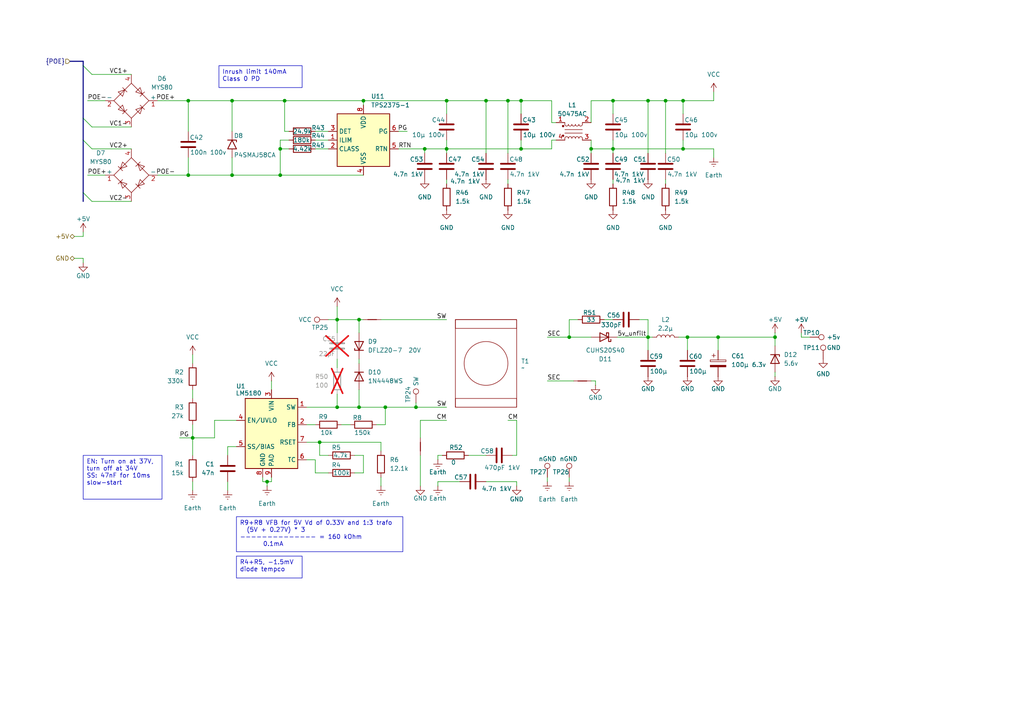
<source format=kicad_sch>
(kicad_sch (version 20241209) (generator "eeschema") (generator_version "8.99")
  (paper "A4")
  (title_block (title "Poe Ethernet GPIB Adapter") (date "2024-12-25") (rev "1") (company "KOFOTRONIC"))
  (lib_symbols
    (symbol "Connector:TestPoint" (pin_numbers (hide yes)) (pin_names (offset 0.762) (hide yes))
      (property "Reference" "TP" (at 0 6.858 0))
      (property "Value" "TestPoint" (at 0 5.08 0))
      (symbol "TestPoint_1_1"
        (pin passive line (at 0 0 90) (length 2.54) (name "1") (number "1"))
      )
    )
    (symbol "Device:C" (pin_numbers (hide yes)) (pin_names (offset 0.254))
      (property "Reference" "C" (at 0.635 2.54 0))
      (property "Value" "C" (at 0.635 -2.54 0))
      (symbol "C_1_1"
        (pin passive line (at 0 3.81 270) (length 2.794) (name "~") (number "1"))
        (pin passive line (at 0 -3.81 90) (length 2.794) (name "~") (number "2"))
      )
    )
    (symbol "Device:C_Polarized" (pin_numbers (hide yes)) (pin_names (offset 0.254))
      (property "Reference" "C" (at 0.635 2.54 0))
      (property "Value" "C_Polarized" (at 0.635 -2.54 0))
      (symbol "C_Polarized_1_1"
        (pin passive line (at 0 3.81 270) (length 2.794) (name "~") (number "1"))
        (pin passive line (at 0 -3.81 90) (length 2.794) (name "~") (number "2"))
      )
    )
    (symbol "Device:D_Schottky" (pin_numbers (hide yes)) (pin_names (offset 1.016) (hide yes))
      (property "Reference" "D" (at 0 2.54 0))
      (property "Value" "D_Schottky" (at 0 -2.54 0))
      (symbol "D_Schottky_1_1"
        (pin passive line (at -3.81 0 0) (length 2.54) (name "K") (number "1"))
        (pin passive line (at 3.81 0 180) (length 2.54) (name "A") (number "2"))
      )
    )
    (symbol "Device:D_Zener" (pin_numbers (hide yes)) (pin_names (offset 1.016) (hide yes))
      (property "Reference" "D" (at 0 2.54 0))
      (property "Value" "D_Zener" (at 0 -2.54 0))
      (symbol "D_Zener_1_1"
        (pin passive line (at -3.81 0 0) (length 2.54) (name "K") (number "1"))
        (pin passive line (at 3.81 0 180) (length 2.54) (name "A") (number "2"))
      )
    )
    (symbol "Device:L" (pin_numbers (hide yes)) (pin_names (offset 1.016) (hide yes))
      (property "Reference" "L" (at -1.27 0 90))
      (property "Value" "L" (at 1.905 0 90))
      (symbol "L_1_1"
        (pin passive line (at 0 3.81 270) (length 1.27) (name "1") (number "1"))
        (pin passive line (at 0 -3.81 90) (length 1.27) (name "2") (number "2"))
      )
    )
    (symbol "Device:NetTie_2" (pin_numbers (hide yes)) (pin_names (offset 0) (hide yes)) (in_bom no)
      (property "Reference" "NT" (at 0 1.27 0))
      (property "Value" "NetTie_2" (at 0 -1.27 0))
      (symbol "NetTie_2_1_1"
        (pin passive line (at -2.54 0 0) (length 2.54) (name "1") (number "1"))
        (pin passive line (at 2.54 0 180) (length 2.54) (name "2") (number "2"))
      )
    )
    (symbol "Device:R" (pin_numbers (hide yes)) (pin_names (offset 0))
      (property "Reference" "R" (at 2.032 0 90))
      (property "Value" "R" (at 0 0 90))
      (symbol "R_1_1"
        (pin passive line (at 0 3.81 270) (length 1.27) (name "~") (number "1"))
        (pin passive line (at 0 -3.81 90) (length 1.27) (name "~") (number "2"))
      )
    )
    (symbol "Diode:1N4448WS" (pin_numbers (hide yes)) (pin_names (hide yes))
      (property "Reference" "D" (at 0 2.54 0))
      (property "Value" "1N4448WS" (at 0 -2.54 0))
      (symbol "1N4448WS_1_1"
        (pin passive line (at -3.81 0 0) (length 2.54) (name "K") (number "1"))
        (pin passive line (at 3.81 0 180) (length 2.54) (name "A") (number "2"))
      )
    )
    (symbol "Diode:SMAJ5.0A" (pin_numbers (hide yes)) (pin_names (offset 1.016) (hide yes))
      (property "Reference" "D" (at 0 2.54 0))
      (property "Value" "SMAJ5.0A" (at 0 -2.54 0))
      (symbol "SMAJ5.0A_1_1"
        (pin passive line (at -3.81 0 0) (length 2.54) (name "A1") (number "1"))
        (pin passive line (at 3.81 0 180) (length 2.54) (name "A2") (number "2"))
      )
    )
    (symbol "Diode_Bridge:ABS2" (pin_names (offset 0))
      (property "Reference" "D" (at 2.54 6.985 0))
      (property "Value" "ABS2" (at 2.54 5.08 0))
      (symbol "ABS2_1_1"
        (pin passive line (at -7.62 0 0) (length 2.54) (name "-") (number "2"))
        (pin passive line (at 0 7.62 270) (length 2.54) (name "~") (number "4"))
        (pin passive line (at 0 -7.62 90) (length 2.54) (name "~") (number "3"))
        (pin passive line (at 7.62 0 180) (length 2.54) (name "+") (number "1"))
      )
    )
    (symbol "Filter:Choke_Wurth_WE-CNSW_744232090"
      (property "Reference" "L" (at 0 5.08 0))
      (property "Value" "Choke_Wurth_WE-CNSW_744232090" (at 0 -5.08 0))
      (symbol "Choke_Wurth_WE-CNSW_744232090_1_1"
        (pin passive line (at -5.08 2.54 0) (length 2.54) (name "") (number "1"))
        (pin passive line (at -5.08 -2.54 0) (length 2.54) (name "") (number "4"))
        (pin passive line (at 5.08 2.54 180) (length 2.54) (name "") (number "2"))
        (pin passive line (at 5.08 -2.54 180) (length 2.54) (name "") (number "3"))
      )
    )
    (symbol "Planar_symbol:Planar_core"
      (property "Reference" "T" (at -11.684 9.652 0))
    )
    (symbol "Regulator_Controller:TPS2375-1"
      (property "Reference" "U" (at 2.54 -8.89 0))
      (property "Value" "TPS2375-1" (at 7.62 -11.43 0))
      (symbol "TPS2375-1_1_1"
        (pin passive line (at -10.16 2.54 0) (length 2.54) (name "DET") (number "3"))
        (pin passive line (at -10.16 0 0) (length 2.54) (name "ILIM") (number "1"))
        (pin passive line (at -10.16 -2.54 0) (length 2.54) (name "CLASS") (number "2"))
        (pin power_in line (at 0 10.16 270) (length 2.54) (name "VDD") (number "8"))
        (pin power_in line (at 0 -10.16 90) (length 2.54) (name "VSS") (number "4"))
        (pin no_connect line (at 7.62 0 180) (length 2.54) (hide yes) (name "NC") (number "7"))
        (pin open_collector line (at 10.16 2.54 180) (length 2.54) (name "PG") (number "6"))
        (pin power_out line (at 10.16 -2.54 180) (length 2.54) (name "RTN") (number "5"))
      )
    )
    (symbol "Texas_flyback:LM5180"
      (property "Reference" "U" (at -6.35 11.684 0))
      (property "Value" "LM5180" (at 0 0 0))
      (symbol "LM5180_1_1"
        (pin input line (at -10.16 3.81 0) (length 2.54) (name "EN/UVLO") (number "4"))
        (pin input line (at -10.16 -3.81 0) (length 2.54) (name "SS/BIAS") (number "5"))
        (pin power_in line (at -2.54 -12.7 90) (length 2.54) (name "GND") (number "8"))
        (pin power_in line (at 0 12.7 270) (length 2.54) (name "VIN") (number "3"))
        (pin power_in line (at 0 -12.7 90) (length 2.54) (name "PAD") (number "9"))
        (pin power_out line (at 10.16 7.62 180) (length 2.54) (name "SW") (number "1"))
        (pin input line (at 10.16 2.54 180) (length 2.54) (name "FB") (number "2"))
        (pin input line (at 10.16 -2.54 180) (length 2.54) (name "RSET") (number "7"))
        (pin input line (at 10.16 -7.62 180) (length 2.54) (name "TC") (number "6"))
      )
    )
    (symbol "power:+5V" (power) (pin_numbers (hide yes)) (pin_names (offset 0) (hide yes))
      (property "Value" "+5V" (at 0 3.556 0))
      (symbol "+5V_1_1"
        (pin power_in line (at 0 0 90) (length 0) (name "~") (number "1"))
      )
    )
    (symbol "power:Earth" (power) (pin_numbers (hide yes)) (pin_names (offset 0) (hide yes))
      (property "Value" "Earth" (at 0 -3.81 0))
      (symbol "Earth_1_1"
        (pin power_in line (at 0 0 270) (length 0) (name "~") (number "1"))
      )
    )
    (symbol "power:GND" (power) (pin_numbers (hide yes)) (pin_names (offset 0) (hide yes))
      (property "Value" "GND" (at 0 -3.81 0))
      (symbol "GND_1_1"
        (pin power_in line (at 0 0 270) (length 0) (name "~") (number "1"))
      )
    )
    (symbol "power:VCC" (power) (pin_numbers (hide yes)) (pin_names (offset 0) (hide yes))
      (property "Value" "VCC" (at 0 3.556 0))
      (symbol "VCC_1_1"
        (pin power_in line (at 0 0 90) (length 0) (name "~") (number "1"))
      )
    )
  )
  (text_box "R9+R8 VFB for 5V Vd of 0.33V and 1:3 trafo\n  (5V + 0.27V) * 3\n-------------- = 160 kOhm\n	  0.1mA" (at 68.58 149.86 0) (size 48.26 10.16) (margins 0.9525 0.9525 0.9525 0.9525) (effects (font (size 1.27 1.27)) (justify left top)))
  (text_box "R4+R5, -1.5mV diode tempco" (at 68.58 161.29 0) (size 19.05 6.35) (margins 0.9525 0.9525 0.9525 0.9525) (effects (font (size 1.27 1.27)) (justify left top)))
  (text_box "EN: Turn on at 37V, turn off at 34V\nSS: 47nF for 10ms slow-start" (at 24.13 132.08 0) (size 22.86 12.7) (margins 0.9525 0.9525 0.9525 0.9525) (effects (font (size 1.27 1.27)) (justify left top)))
  (text_box "Inrush limit 140mA\nClass 0 PD" (at 63.5 19.05 0) (size 24.13 6.35) (margins 0.9525 0.9525 0.9525 0.9525) (effects (font (size 1.27 1.27)) (justify left top)))
  (junction (at 54.61 50.8))
  (junction (at 81.28 50.8))
  (junction (at 92.71 128.27))
  (junction (at 82.55 29.21))
  (junction (at 67.31 50.8))
  (junction (at 151.13 43.18))
  (junction (at 111.76 118.11))
  (junction (at 54.61 29.21))
  (junction (at 199.39 97.79))
  (junction (at 224.79 97.79))
  (junction (at 67.31 29.21))
  (junction (at 208.28 97.79))
  (junction (at 187.96 97.79))
  (junction (at 97.79 92.71))
  (junction (at 198.12 29.21))
  (junction (at 120.65 118.11))
  (junction (at 129.54 43.18))
  (junction (at 177.8 43.18))
  (junction (at 105.41 29.21))
  (junction (at 140.97 29.21))
  (junction (at 177.8 29.21))
  (junction (at 165.1 97.79))
  (junction (at 81.28 43.18))
  (junction (at 151.13 29.21))
  (junction (at 77.47 139.7))
  (junction (at 187.96 29.21))
  (junction (at 97.79 118.11))
  (junction (at 55.88 127))
  (junction (at 104.14 118.11))
  (junction (at 129.54 29.21))
  (junction (at 193.04 29.21))
  (junction (at 123.19 43.18))
  (junction (at 171.45 43.18))
  (junction (at 104.14 92.71))
  (junction (at 147.32 29.21))
  (junction (at 198.12 43.18))
  (bus_entry (at 24.13 40.64) (size 2.54 2.54))
  (bus_entry (at 24.13 34.29) (size 2.54 2.54))
  (bus_entry (at 24.13 19.05) (size 2.54 2.54))
  (bus_entry (at 24.13 55.88) (size 2.54 2.54))
  (wire (pts (xy 147.32 29.21) (xy 147.32 44.45)))
  (wire (pts (xy 105.41 137.16) (xy 102.87 137.16)))
  (wire (pts (xy 91.44 137.16) (xy 95.25 137.16)))
  (wire (pts (xy 129.54 29.21) (xy 129.54 33.02)))
  (wire (pts (xy 160.02 40.64) (xy 160.02 43.18)))
  (wire (pts (xy 68.58 121.92) (xy 62.23 121.92)))
  (wire (pts (xy 193.04 52.07) (xy 193.04 53.34)))
  (wire (pts (xy 161.29 35.56) (xy 160.02 35.56)))
  (wire (pts (xy 187.96 97.79) (xy 189.23 97.79)))
  (wire (pts (xy 95.25 92.71) (xy 97.79 92.71)))
  (wire (pts (xy 177.8 43.18) (xy 177.8 44.45)))
  (wire (pts (xy 232.41 96.52) (xy 232.41 97.79)))
  (wire (pts (xy 76.2 139.7) (xy 77.47 139.7)))
  (wire (pts (xy 67.31 50.8) (xy 81.28 50.8)))
  (wire (pts (xy 160.02 29.21) (xy 151.13 29.21)))
  (wire (pts (xy 140.97 139.7) (xy 149.86 139.7)))
  (wire (pts (xy 78.74 138.43) (xy 78.74 139.7)))
  (wire (pts (xy 97.79 114.3) (xy 97.79 118.11)))
  (wire (pts (xy 82.55 29.21) (xy 82.55 38.1)))
  (wire (pts (xy 115.57 43.18) (xy 123.19 43.18)))
  (wire (pts (xy 140.97 29.21) (xy 140.97 44.45)))
  (wire (pts (xy 120.65 116.84) (xy 120.65 118.11)))
  (wire (pts (xy 187.96 29.21) (xy 177.8 29.21)))
  (wire (pts (xy 55.88 102.87) (xy 55.88 105.41)))
  (wire (pts (xy 140.97 29.21) (xy 147.32 29.21)))
  (wire (pts (xy 129.54 29.21) (xy 140.97 29.21)))
  (wire (pts (xy 121.92 121.92) (xy 121.92 127)))
  (wire (pts (xy 91.44 40.64) (xy 95.25 40.64)))
  (wire (pts (xy 54.61 50.8) (xy 67.31 50.8)))
  (wire (pts (xy 62.23 121.92) (xy 62.23 127)))
  (wire (pts (xy 54.61 45.72) (xy 54.61 50.8)))
  (wire (pts (xy 55.88 113.03) (xy 55.88 115.57)))
  (wire (pts (xy 24.13 67.31) (xy 24.13 68.58)))
  (wire (pts (xy 160.02 35.56) (xy 160.02 29.21)))
  (wire (pts (xy 161.29 40.64) (xy 160.02 40.64)))
  (wire (pts (xy 196.85 97.79) (xy 199.39 97.79)))
  (wire (pts (xy 104.14 92.71) (xy 105.41 92.71)))
  (wire (pts (xy 171.45 29.21) (xy 171.45 35.56)))
  (bus (pts (xy 24.13 55.88) (xy 24.13 58.42)))
  (wire (pts (xy 97.79 88.9) (xy 97.79 92.71)))
  (wire (pts (xy 149.86 139.7) (xy 149.86 140.97)))
  (wire (pts (xy 147.32 52.07) (xy 147.32 53.34)))
  (wire (pts (xy 91.44 133.35) (xy 91.44 137.16)))
  (wire (pts (xy 24.13 74.93) (xy 24.13 76.2)))
  (wire (pts (xy 151.13 40.64) (xy 151.13 43.18)))
  (wire (pts (xy 99.06 123.19) (xy 101.6 123.19)))
  (wire (pts (xy 88.9 118.11) (xy 97.79 118.11)))
  (wire (pts (xy 171.45 43.18) (xy 177.8 43.18)))
  (wire (pts (xy 66.04 129.54) (xy 66.04 132.08)))
  (wire (pts (xy 97.79 92.71) (xy 104.14 92.71)))
  (wire (pts (xy 187.96 92.71) (xy 187.96 97.79)))
  (wire (pts (xy 158.75 97.79) (xy 165.1 97.79)))
  (wire (pts (xy 55.88 142.24) (xy 55.88 139.7)))
  (wire (pts (xy 207.01 29.21) (xy 198.12 29.21)))
  (wire (pts (xy 165.1 97.79) (xy 165.1 92.71)))
  (wire (pts (xy 30.48 50.8) (xy 25.4 50.8)))
  (wire (pts (xy 110.49 128.27) (xy 92.71 128.27)))
  (wire (pts (xy 177.8 52.07) (xy 177.8 53.34)))
  (wire (pts (xy 187.96 29.21) (xy 187.96 44.45)))
  (wire (pts (xy 92.71 132.08) (xy 92.71 128.27)))
  (wire (pts (xy 149.86 132.08) (xy 149.86 121.92)))
  (wire (pts (xy 207.01 45.72) (xy 207.01 43.18)))
  (wire (pts (xy 81.28 40.64) (xy 81.28 43.18)))
  (wire (pts (xy 77.47 139.7) (xy 78.74 139.7)))
  (wire (pts (xy 88.9 123.19) (xy 91.44 123.19)))
  (wire (pts (xy 97.79 92.71) (xy 97.79 96.52)))
  (wire (pts (xy 133.35 139.7) (xy 127 139.7)))
  (wire (pts (xy 179.07 97.79) (xy 187.96 97.79)))
  (wire (pts (xy 105.41 29.21) (xy 129.54 29.21)))
  (wire (pts (xy 151.13 29.21) (xy 151.13 33.02)))
  (wire (pts (xy 127 139.7) (xy 127 140.97)))
  (wire (pts (xy 45.72 29.21) (xy 54.61 29.21)))
  (wire (pts (xy 177.8 43.18) (xy 198.12 43.18)))
  (wire (pts (xy 198.12 33.02) (xy 198.12 29.21)))
  (wire (pts (xy 111.76 118.11) (xy 111.76 123.19)))
  (wire (pts (xy 95.25 132.08) (xy 92.71 132.08)))
  (wire (pts (xy 149.86 132.08) (xy 148.59 132.08)))
  (wire (pts (xy 26.67 43.18) (xy 38.1 43.18)))
  (wire (pts (xy 198.12 43.18) (xy 198.12 40.64)))
  (wire (pts (xy 199.39 97.79) (xy 199.39 101.6)))
  (wire (pts (xy 199.39 97.79) (xy 208.28 97.79)))
  (wire (pts (xy 198.12 29.21) (xy 193.04 29.21)))
  (wire (pts (xy 110.49 130.81) (xy 110.49 128.27)))
  (wire (pts (xy 140.97 132.08) (xy 135.89 132.08)))
  (wire (pts (xy 129.54 40.64) (xy 129.54 43.18)))
  (wire (pts (xy 81.28 43.18) (xy 81.28 50.8)))
  (wire (pts (xy 66.04 142.24) (xy 66.04 139.7)))
  (bus (pts (xy 24.13 40.64) (xy 24.13 34.29)))
  (wire (pts (xy 207.01 43.18) (xy 198.12 43.18)))
  (wire (pts (xy 104.14 105.41) (xy 104.14 104.14)))
  (wire (pts (xy 208.28 97.79) (xy 208.28 101.6)))
  (wire (pts (xy 45.72 50.8) (xy 54.61 50.8)))
  (wire (pts (xy 67.31 29.21) (xy 67.31 38.1)))
  (wire (pts (xy 177.8 29.21) (xy 171.45 29.21)))
  (wire (pts (xy 207.01 26.67) (xy 207.01 29.21)))
  (wire (pts (xy 88.9 128.27) (xy 92.71 128.27)))
  (wire (pts (xy 158.75 139.7) (xy 158.75 138.43)))
  (wire (pts (xy 171.45 97.79) (xy 165.1 97.79)))
  (wire (pts (xy 26.67 58.42) (xy 38.1 58.42)))
  (wire (pts (xy 165.1 92.71) (xy 167.64 92.71)))
  (wire (pts (xy 149.86 121.92) (xy 147.32 121.92)))
  (wire (pts (xy 62.23 127) (xy 55.88 127)))
  (wire (pts (xy 224.79 96.52) (xy 224.79 97.79)))
  (wire (pts (xy 91.44 43.18) (xy 95.25 43.18)))
  (wire (pts (xy 160.02 43.18) (xy 151.13 43.18)))
  (wire (pts (xy 110.49 138.43) (xy 110.49 140.97)))
  (wire (pts (xy 67.31 29.21) (xy 54.61 29.21)))
  (wire (pts (xy 55.88 127) (xy 55.88 132.08)))
  (wire (pts (xy 123.19 43.18) (xy 129.54 43.18)))
  (bus (pts (xy 24.13 19.05) (xy 24.13 17.78)))
  (wire (pts (xy 55.88 123.19) (xy 55.88 127)))
  (wire (pts (xy 105.41 29.21) (xy 105.41 30.48)))
  (wire (pts (xy 185.42 92.71) (xy 187.96 92.71)))
  (wire (pts (xy 111.76 123.19) (xy 109.22 123.19)))
  (wire (pts (xy 115.57 38.1) (xy 118.11 38.1)))
  (wire (pts (xy 52.07 127) (xy 55.88 127)))
  (wire (pts (xy 177.8 33.02) (xy 177.8 29.21)))
  (wire (pts (xy 128.27 132.08) (xy 127 132.08)))
  (wire (pts (xy 224.79 109.22) (xy 224.79 107.95)))
  (wire (pts (xy 76.2 138.43) (xy 76.2 139.7)))
  (wire (pts (xy 104.14 96.52) (xy 104.14 92.71)))
  (wire (pts (xy 165.1 139.7) (xy 165.1 138.43)))
  (wire (pts (xy 81.28 43.18) (xy 83.82 43.18)))
  (wire (pts (xy 177.8 40.64) (xy 177.8 43.18)))
  (wire (pts (xy 121.92 121.92) (xy 129.54 121.92)))
  (wire (pts (xy 171.45 110.49) (xy 172.72 110.49)))
  (wire (pts (xy 127 132.08) (xy 127 133.35)))
  (wire (pts (xy 208.28 97.79) (xy 224.79 97.79)))
  (wire (pts (xy 91.44 38.1) (xy 95.25 38.1)))
  (wire (pts (xy 175.26 92.71) (xy 177.8 92.71)))
  (wire (pts (xy 158.75 110.49) (xy 166.37 110.49)))
  (wire (pts (xy 83.82 40.64) (xy 81.28 40.64)))
  (wire (pts (xy 129.54 52.07) (xy 129.54 53.34)))
  (wire (pts (xy 82.55 29.21) (xy 67.31 29.21)))
  (wire (pts (xy 151.13 29.21) (xy 147.32 29.21)))
  (wire (pts (xy 102.87 132.08) (xy 105.41 132.08)))
  (wire (pts (xy 193.04 29.21) (xy 193.04 44.45)))
  (wire (pts (xy 78.74 110.49) (xy 78.74 113.03)))
  (wire (pts (xy 26.67 36.83) (xy 38.1 36.83)))
  (bus (pts (xy 24.13 34.29) (xy 24.13 19.05)))
  (wire (pts (xy 21.59 74.93) (xy 24.13 74.93)))
  (wire (pts (xy 26.67 21.59) (xy 38.1 21.59)))
  (wire (pts (xy 110.49 92.71) (xy 129.54 92.71)))
  (bus (pts (xy 24.13 55.88) (xy 24.13 40.64)))
  (wire (pts (xy 120.65 118.11) (xy 129.54 118.11)))
  (wire (pts (xy 104.14 118.11) (xy 111.76 118.11)))
  (wire (pts (xy 224.79 100.33) (xy 224.79 97.79)))
  (wire (pts (xy 129.54 43.18) (xy 151.13 43.18)))
  (wire (pts (xy 83.82 38.1) (xy 82.55 38.1)))
  (wire (pts (xy 54.61 29.21) (xy 54.61 38.1)))
  (wire (pts (xy 81.28 50.8) (xy 105.41 50.8)))
  (wire (pts (xy 67.31 45.72) (xy 67.31 50.8)))
  (wire (pts (xy 172.72 110.49) (xy 172.72 111.76)))
  (wire (pts (xy 171.45 43.18) (xy 171.45 44.45)))
  (wire (pts (xy 104.14 113.03) (xy 104.14 118.11)))
  (wire (pts (xy 171.45 40.64) (xy 171.45 43.18)))
  (wire (pts (xy 68.58 129.54) (xy 66.04 129.54)))
  (wire (pts (xy 111.76 118.11) (xy 120.65 118.11)))
  (wire (pts (xy 24.13 68.58) (xy 21.59 68.58)))
  (wire (pts (xy 77.47 139.7) (xy 77.47 140.97)))
  (bus (pts (xy 20.32 17.78) (xy 24.13 17.78)))
  (wire (pts (xy 105.41 29.21) (xy 82.55 29.21)))
  (wire (pts (xy 105.41 132.08) (xy 105.41 137.16)))
  (wire (pts (xy 121.92 132.08) (xy 121.92 140.97)))
  (wire (pts (xy 88.9 133.35) (xy 91.44 133.35)))
  (wire (pts (xy 97.79 118.11) (xy 104.14 118.11)))
  (wire (pts (xy 129.54 44.45) (xy 129.54 43.18)))
  (wire (pts (xy 97.79 104.14) (xy 97.79 106.68)))
  (wire (pts (xy 232.41 97.79) (xy 234.95 97.79)))
  (wire (pts (xy 187.96 97.79) (xy 187.96 101.6)))
  (wire (pts (xy 25.4 29.21) (xy 30.48 29.21)))
  (wire (pts (xy 123.19 43.18) (xy 123.19 44.45)))
  (wire (pts (xy 193.04 29.21) (xy 187.96 29.21)))
  (label "PG" (at 118.11 38.1 180))
  (label "VC1+" (at 31.75 21.59 0))
  (label "PG" (at 52.07 127 0))
  (label "POE-" (at 25.4 29.21 0))
  (label "VC2-" (at 31.75 58.42 0))
  (label "SEC" (at 158.75 97.79 0))
  (label "POE-" (at 50.8 50.8 180))
  (label "POE+" (at 25.4 50.8 0))
  (label "RTN" (at 115.57 43.18 0))
  (label "VC1-" (at 31.75 36.83 0))
  (label "SW" (at 129.54 92.71 180))
  (label "5v_unfilt" (at 179.07 97.79 0))
  (label "VC2+" (at 31.75 43.18 0))
  (label "SW" (at 129.54 118.11 180))
  (label "SEC" (at 158.75 110.49 0))
  (label "POE+" (at 50.8 29.21 180))
  (label "CM" (at 129.54 121.92 180))
  (label "CM" (at 147.32 121.92 0))
  (hierarchical_label "{POE}" (shape input) (at 20.32 17.78 180))
  (hierarchical_label "GND" (shape bidirectional) (at 21.59 74.93 180))
  (hierarchical_label "+5V" (shape bidirectional) (at 21.59 68.58 180))
  (symbol (lib_id "Device:NetTie_2") (at 168.91 110.49 0) (unit 1) (in_bom no)
    (property "Reference" "NT3" (effects (hide yes)))
    (property "Value" "NetTie_2" (effects (hide yes)))
    (property "Footprint" "NetTie:NetTie-2_SMD_Pad0.8mm" (effects (hide yes)))
    (property "Description" "Net tie, 2 pins" (effects (hide yes)))
  )
  (symbol (lib_id "Diode_Bridge:ABS2") (at 38.1 29.21 0) (unit 1)
    (property "Reference" "D6" (at 46.99 22.7898 0))
    (property "Value" "MYS80" (at 46.99 25.3298 0))
    (property "Footprint" "Diode_SMD:Diode_Bridge_Diotec_MicroDil_3.0x3.0x1.8mm" (effects (hide yes)))
    (property "Datasheet" "https://diotec.com/request/datasheet/mys40.pdf" (effects (hide yes)))
    (property "Description" "Bridge Rectifiers Bridge, single phase, MicroDIL, 160V, 0.5A, 150C" (effects (hide yes)))
    (property "Model" "MYS80" (effects (hide yes)))
    (property "Manufacturer" "Diotec Semiconductor" (effects (hide yes)))
    (property "JLCPCB" "C3589669 " (effects (hide yes)))
  )
  (symbol (lib_id "Device:C") (at 54.61 41.91 0) (unit 1)
    (property "Reference" "C42" (at 58.928 39.878 0) (effects (justify right)))
    (property "Value" "100n 100v" (at 55.118 44.196 0) (effects (justify left)))
    (property "Footprint" "Capacitor_SMD:C_0603_1608Metric" (effects (hide yes)))
    (property "Description" "Unpolarized capacitor" (effects (hide yes)))
    (property "Model" "CL10B104KC8NNNC" (effects (hide yes)))
    (property "Manufacturer" "Samsung" (effects (hide yes)))
    (property "JLCPCB" "C15725 " (effects (hide yes)))
  )
  (symbol (lib_id "Device:NetTie_2") (at 121.92 129.54 90) (unit 1) (in_bom no)
    (property "Reference" "NT2" (effects (hide yes)))
    (property "Value" "NetTie_2" (effects (hide yes)))
    (property "Footprint" "NetTie:NetTie-2_SMD_Pad0.5mm" (effects (hide yes)))
    (property "Description" "Net tie, 2 pins" (effects (hide yes)))
  )
  (symbol (lib_id "power:GND") (at 140.97 52.07 0) (unit 1)
    (property "Reference" "#PWR0130" (effects (hide yes)))
    (property "Value" "GND" (at 140.97 57.15 0))
    (property "Description" "Power symbol creates a global label with name \"GND\" , ground" (effects (hide yes)))
  )
  (symbol (lib_id "power:GND") (at 224.79 109.22 0) (unit 1)
    (property "Reference" "#PWR0159" (effects (hide yes)))
    (property "Value" "GND" (at 224.79 112.776 0))
    (property "Description" "Power symbol creates a global label with name \"GND\" , ground" (effects (hide yes)))
  )
  (symbol (lib_id "Device:R") (at 95.25 123.19 270) (unit 1)
    (property "Reference" "R9" (at 93.726 120.904 90))
    (property "Value" "10k" (at 94.742 125.476 90))
    (property "Footprint" "Resistor_SMD:R_0402_1005Metric" (effects (hide yes)))
    (property "Description" "Resistor" (effects (hide yes)))
    (property "Model" "RC0402FR-0710KL" (effects (hide yes)))
    (property "Manufacturer" "Yageo" (effects (hide yes)))
  )
  (symbol (lib_id "Device:D_Zener") (at 224.79 104.14 270) (unit 1)
    (property "Reference" "D12" (at 227.33 102.8699 90) (effects (justify left)))
    (property "Value" "5.6v" (at 227.33 105.4099 90) (effects (justify left)))
    (property "Footprint" "Diode_SMD:D_SOD-123F" (effects (hide yes)))
    (property "Description" "Zener diode" (effects (hide yes)))
    (property "Model" "BZT52C5V6" (effects (hide yes)))
    (property "Manufacturer" "Diotec Semiconductor" (effects (hide yes)))
    (property "JLCPCB" "C2119" (effects (hide yes)))
  )
  (symbol (lib_id "Device:C") (at 144.78 132.08 270) (mirror x) (unit 1)
    (property "Reference" "C58" (at 143.256 130.81 90) (effects (justify right)))
    (property "Value" "470pF 1kV" (at 140.462 135.636 90) (effects (justify left)))
    (property "Footprint" "Capacitor_SMD:C_0805_2012Metric" (effects (hide yes)))
    (property "Description" "Unpolarized capacitor" (effects (hide yes)))
    (property "Model" " C0805C471KDRACTU" (effects (hide yes)))
    (property "Manufacturer" "KEMET" (effects (hide yes)))
    (property "JLCPCB" "C20416464" (effects (hide yes)))
  )
  (symbol (lib_id "Device:C") (at 123.19 48.26 0) (mirror y) (unit 1)
    (property "Reference" "C53" (at 118.872 46.228 0) (effects (justify right)))
    (property "Value" "4.7n 1kV" (at 122.682 50.546 0) (effects (justify left)))
    (property "Footprint" "Capacitor_SMD:C_0805_2012Metric" (effects (hide yes)))
    (property "Description" "Unpolarized capacitor" (effects (hide yes)))
    (property "Model" "C0805C472KDRACTU" (effects (hide yes)))
    (property "Manufacturer" "KEMET" (effects (hide yes)))
    (property "JLCPCB" "C565695" (effects (hide yes)))
  )
  (symbol (lib_id "Connector:TestPoint") (at 158.75 138.43 0) (unit 1) (in_bom no)
    (property "Reference" "TP27" (at 153.67 136.906 0) (effects (justify left)))
    (property "Value" "nGND" (at 156.21 133.096 0) (effects (justify left)))
    (property "Footprint" "TestPoint:TestPoint_Pad_D1.0mm" (effects (hide yes)))
    (property "Description" "test point" (effects (hide yes)))
  )
  (symbol (lib_id "power:GND") (at 187.96 52.07 0) (unit 1)
    (property "Reference" "#PWR0134" (effects (hide yes)))
    (property "Value" "GND" (at 187.96 57.15 0))
    (property "Description" "Power symbol creates a global label with name \"GND\" , ground" (effects (hide yes)))
  )
  (symbol (lib_id "power:GND") (at 238.76 104.14 0) (unit 1)
    (property "Reference" "#PWR061" (effects (hide yes)))
    (property "Value" "GND" (at 238.76 108.458 0))
    (property "Description" "Power symbol creates a global label with name \"GND\" , ground" (effects (hide yes)))
  )
  (symbol (lib_id "Device:R") (at 97.79 110.49 0) (mirror y) (unit 1) (dnp yes)
    (property "Reference" "R50" (at 95.25 109.2199 0) (effects (justify left)))
    (property "Value" "100" (at 95.25 111.7599 0) (effects (justify left)))
    (property "Footprint" "Resistor_SMD:R_0603_1608Metric" (effects (hide yes)))
    (property "Description" "Resistor" (effects (hide yes)))
    (property "Model" "RC0603FR-13100RL" (effects (hide yes)))
    (property "Manufacturer" "Yageo" (effects (hide yes)))
  )
  (symbol (lib_id "power:GND") (at 193.04 60.96 0) (unit 1)
    (property "Reference" "#PWR0135" (effects (hide yes)))
    (property "Value" "GND" (at 193.04 66.04 0))
    (property "Description" "Power symbol creates a global label with name \"GND\" , ground" (effects (hide yes)))
  )
  (symbol (lib_id "Device:C") (at 137.16 139.7 270) (unit 1)
    (property "Reference" "C57" (at 135.636 138.43 90) (effects (justify right)))
    (property "Value" "4.7n 1kV" (at 139.7 141.732 90) (effects (justify left)))
    (property "Footprint" "Capacitor_SMD:C_0805_2012Metric" (effects (hide yes)))
    (property "Description" "Unpolarized capacitor" (effects (hide yes)))
    (property "Model" "C0805C472KDRACTU" (effects (hide yes)))
    (property "Manufacturer" "KEMET" (effects (hide yes)))
    (property "JLCPCB" "C565695" (effects (hide yes)))
  )
  (symbol (lib_id "power:GND") (at 208.28 109.22 0) (unit 1)
    (property "Reference" "#PWR0143" (effects (hide yes)))
    (property "Value" "GND" (at 208.28 112.776 0))
    (property "Description" "Power symbol creates a global label with name \"GND\" , ground" (effects (hide yes)))
  )
  (symbol (lib_id "Device:R") (at 87.63 38.1 270) (unit 1)
    (property "Reference" "R43" (at 94.234 37.084 90) (effects (justify right)))
    (property "Value" "24.9k" (at 90.424 38.1 90) (effects (justify right)))
    (property "Footprint" "Resistor_SMD:R_0402_1005Metric" (effects (hide yes)))
    (property "Description" "Resistor" (effects (hide yes)))
    (property "Model" "RC0402FR-0724K9L" (effects (hide yes)))
    (property "Manufacturer" "Yageo" (effects (hide yes)))
  )
  (symbol (lib_id "Device:R") (at 55.88 135.89 0) (mirror y) (unit 1)
    (property "Reference" "R1" (at 53.34 134.6199 0) (effects (justify left)))
    (property "Value" "15k" (at 53.34 137.1599 0) (effects (justify left)))
    (property "Footprint" "Resistor_SMD:R_0402_1005Metric" (effects (hide yes)))
    (property "Description" "Resistor" (effects (hide yes)))
    (property "Model" "RC0402FR-0715KL" (effects (hide yes)))
    (property "Manufacturer" "Yageo" (effects (hide yes)))
  )
  (symbol (lib_id "Device:R") (at 177.8 57.15 0) (unit 1)
    (property "Reference" "R48" (at 180.34 55.8799 0) (effects (justify left)))
    (property "Value" "1.5k" (at 180.34 58.4199 0) (effects (justify left)))
    (property "Footprint" "Resistor_SMD:R_0603_1608Metric" (effects (hide yes)))
    (property "Description" "Resistor" (effects (hide yes)))
    (property "Model" "RC0603FR-131K5L" (effects (hide yes)))
    (property "Manufacturer" "Yageo" (effects (hide yes)))
  )
  (symbol (lib_id "Device:R") (at 87.63 43.18 270) (unit 1)
    (property "Reference" "R45" (at 94.234 42.164 90) (effects (justify right)))
    (property "Value" "4.42k" (at 90.424 43.18 90) (effects (justify right)))
    (property "Footprint" "Resistor_SMD:R_0402_1005Metric" (effects (hide yes)))
    (property "Description" "Resistor" (effects (hide yes)))
    (property "Model" "RC0402FR-074K42L" (effects (hide yes)))
    (property "Manufacturer" "Yageo" (effects (hide yes)))
  )
  (symbol (lib_id "power:GND") (at 121.92 140.97 0) (unit 1)
    (property "Reference" "#PWR0141" (effects (hide yes)))
    (property "Value" "GND" (at 121.92 144.526 0))
    (property "Description" "Power symbol creates a global label with name \"GND\" , ground" (effects (hide yes)))
  )
  (symbol (lib_id "Filter:Choke_Wurth_WE-CNSW_744232090") (at 166.37 38.1 0) (unit 1)
    (property "Reference" "L1" (at 165.989 30.48 0))
    (property "Value" "50475AC" (at 165.989 33.02 0))
    (property "Footprint" "Magnetics:muRata_5000A" (effects (hide yes)))
    (property "Datasheet" "https://www.murata.com/products/productdata/8816046243870/kmp-5000ac.pdf?1660102215000" (effects (hide yes)))
    (property "Description" "Common mode choke, 400 mA, 4.7 mH" (effects (hide yes)))
    (property "Model" "50475AC" (effects (hide yes)))
    (property "Manufacturer" "MuRata" (effects (hide yes)))
  )
  (symbol (lib_id "power:VCC") (at 97.79 88.9 0) (unit 1)
    (property "Reference" "#PWR0138" (effects (hide yes)))
    (property "Value" "VCC" (at 97.79 83.82 0))
    (property "Description" "Power symbol creates a global label with name \"VCC\"" (effects (hide yes)))
  )
  (symbol (lib_id "power:Earth") (at 77.47 140.97 0) (unit 1)
    (property "Reference" "#PWR03" (effects (hide yes)))
    (property "Value" "Earth" (at 77.47 146.05 0))
    (property "Description" "Power symbol creates a global label with name \"Earth\"" (effects (hide yes)))
  )
  (symbol (lib_id "Device:C") (at 171.45 48.26 0) (mirror y) (unit 1)
    (property "Reference" "C52" (at 167.132 46.228 0) (effects (justify right)))
    (property "Value" "4.7n 1kV" (at 170.942 50.546 0) (effects (justify left)))
    (property "Footprint" "Capacitor_SMD:C_0805_2012Metric" (effects (hide yes)))
    (property "Description" "Unpolarized capacitor" (effects (hide yes)))
    (property "Model" "C0805C472KDRACTU" (effects (hide yes)))
    (property "Manufacturer" "KEMET" (effects (hide yes)))
    (property "JLCPCB" "C565695" (effects (hide yes)))
  )
  (symbol (lib_id "Device:R") (at 193.04 57.15 0) (unit 1)
    (property "Reference" "R49" (at 195.58 55.8799 0) (effects (justify left)))
    (property "Value" "1.5k" (at 195.58 58.4199 0) (effects (justify left)))
    (property "Footprint" "Resistor_SMD:R_0603_1608Metric" (effects (hide yes)))
    (property "Description" "Resistor" (effects (hide yes)))
    (property "Model" "RC0603FR-131K5L" (effects (hide yes)))
    (property "Manufacturer" "Yageo" (effects (hide yes)))
  )
  (symbol (lib_id "Device:R") (at 99.06 137.16 270) (unit 1)
    (property "Reference" "R4" (at 97.536 134.874 90))
    (property "Value" "100k" (at 99.06 137.16 90))
    (property "Footprint" "Resistor_SMD:R_0402_1005Metric" (effects (hide yes)))
    (property "Description" "Resistor" (effects (hide yes)))
    (property "Model" "RC0402FR-07100KL" (effects (hide yes)))
    (property "Manufacturer" "Yageo" (effects (hide yes)))
  )
  (symbol (lib_id "power:GND") (at 171.45 52.07 0) (unit 1)
    (property "Reference" "#PWR0132" (effects (hide yes)))
    (property "Value" "GND" (at 171.45 57.15 0))
    (property "Description" "Power symbol creates a global label with name \"GND\" , ground" (effects (hide yes)))
  )
  (symbol (lib_id "Device:R") (at 147.32 57.15 0) (unit 1)
    (property "Reference" "R47" (at 149.86 55.8799 0) (effects (justify left)))
    (property "Value" "1.5k" (at 149.86 58.4199 0) (effects (justify left)))
    (property "Footprint" "Resistor_SMD:R_0603_1608Metric" (effects (hide yes)))
    (property "Description" "Resistor" (effects (hide yes)))
    (property "Model" "RC0603FR-131K5L" (effects (hide yes)))
    (property "Manufacturer" "Yageo" (effects (hide yes)))
  )
  (symbol (lib_id "power:VCC") (at 78.74 110.49 0) (unit 1)
    (property "Reference" "#PWR05" (effects (hide yes)))
    (property "Value" "VCC" (at 78.74 105.41 0))
    (property "Description" "Power symbol creates a global label with name \"VCC\"" (effects (hide yes)))
  )
  (symbol (lib_id "Device:C_Polarized") (at 208.28 105.41 0) (unit 1)
    (property "Reference" "C61" (at 212.09 103.2509 0) (effects (justify left)))
    (property "Value" "100µ 6.3v" (at 212.09 105.7909 0) (effects (justify left)))
    (property "Footprint" "Capacitor_SMD:CP_Elec_5x5.3" (effects (hide yes)))
    (property "Description" "Polarized capacitor" (effects (hide yes)))
    (property "Model" "865080142007" (effects (hide yes)))
    (property "Manufacturer" "Wurth Elektronik" (effects (hide yes)))
    (property "JLCPCB" "C5530352" (effects (hide yes)))
  )
  (symbol (lib_id "power:Earth") (at 207.01 45.72 0) (unit 1)
    (property "Reference" "#PWR0136" (effects (hide yes)))
    (property "Value" "Earth" (at 207.01 50.8 0))
    (property "Description" "Power symbol creates a global label with name \"Earth\"" (effects (hide yes)))
  )
  (symbol (lib_id "Device:C") (at 181.61 92.71 90) (unit 1)
    (property "Reference" "C56" (at 176.022 91.44 90) (effects (justify right)))
    (property "Value" "330pF" (at 180.34 94.234 90) (effects (justify left)))
    (property "Footprint" "Capacitor_SMD:C_0603_1608Metric" (effects (hide yes)))
    (property "Description" "Unpolarized capacitor" (effects (hide yes)))
    (property "Model" " CC0603JRNPOYBN331" (effects (hide yes)))
    (property "Manufacturer" "YAGEO" (effects (hide yes)))
    (property "JLCPCB" "C458879" (effects (hide yes)))
  )
  (symbol (lib_id "Diode:1N4448WS") (at 104.14 109.22 270) (unit 1)
    (property "Reference" "D10" (at 106.68 107.9499 90) (effects (justify left)))
    (property "Value" "1N4448WS" (at 106.68 110.4899 90) (effects (justify left)))
    (property "Footprint" "Diode_SMD:D_SOD-323" (effects (hide yes)))
    (property "Datasheet" "https://www.vishay.com/docs/81387/1n4448ws.pdf" (effects (hide yes)))
    (property "Description" "75V 0.15A Small Signal Fast switching Diode, SOD-323" (effects (hide yes)))
    (property "Sim.Device" "D" (effects (hide yes)))
    (property "Sim.Pins" "1=K 2=A" (effects (hide yes)))
    (property "Model" "1N4448WS" (effects (hide yes)))
    (property "Manufacturer" "Diotec Semiconductor" (effects (hide yes)))
    (property "JLCPCB" "C8602" (effects (hide yes)))
  )
  (symbol (lib_id "Device:C") (at 199.39 105.41 0) (unit 1)
    (property "Reference" "C60" (at 203.708 103.378 0) (effects (justify right)))
    (property "Value" "100µ" (at 199.898 107.696 0) (effects (justify left)))
    (property "Footprint" "Capacitor_SMD:C_1206_3216Metric" (effects (hide yes)))
    (property "Description" "Unpolarized capacitor" (effects (hide yes)))
    (property "Model" "CL31A107MQHNNWE" (effects (hide yes)))
    (property "Manufacturer" "Samsung" (effects (hide yes)))
    (property "JLCPCB" "CL31A107MQHNNNE" (effects (hide yes)))
  )
  (symbol (lib_id "Device:C") (at 147.32 48.26 0) (unit 1)
    (property "Reference" "C48" (at 151.638 46.228 0) (effects (justify right)))
    (property "Value" "4.7n 1kV" (at 147.828 50.546 0) (effects (justify left)))
    (property "Footprint" "Capacitor_SMD:C_0805_2012Metric" (effects (hide yes)))
    (property "Description" "Unpolarized capacitor" (effects (hide yes)))
    (property "Model" "C0805C472KDRACTU" (effects (hide yes)))
    (property "Manufacturer" "KEMET" (effects (hide yes)))
    (property "JLCPCB" "C565695" (effects (hide yes)))
  )
  (symbol (lib_id "Device:NetTie_2") (at 107.95 92.71 0) (unit 1) (in_bom no)
    (property "Reference" "NT1" (effects (hide yes)))
    (property "Value" "NetTie_2" (effects (hide yes)))
    (property "Footprint" "NetTie:NetTie-2_SMD_Pad0.5mm" (effects (hide yes)))
    (property "Description" "Net tie, 2 pins" (effects (hide yes)))
  )
  (symbol (lib_id "power:Earth") (at 55.88 142.24 0) (unit 1)
    (property "Reference" "#PWR01" (effects (hide yes)))
    (property "Value" "Earth" (at 55.88 147.32 0))
    (property "Description" "Power symbol creates a global label with name \"Earth\"" (effects (hide yes)))
  )
  (symbol (lib_id "Diode_Bridge:ABS2") (at 38.1 50.8 0) (mirror y) (unit 1)
    (property "Reference" "D7" (at 29.21 44.3798 0))
    (property "Value" "MYS80" (at 29.21 46.9198 0))
    (property "Footprint" "Diode_SMD:Diode_Bridge_Diotec_MicroDil_3.0x3.0x1.8mm" (effects (hide yes)))
    (property "Datasheet" "https://diotec.com/request/datasheet/mys40.pdf" (effects (hide yes)))
    (property "Description" "Bridge Rectifiers Bridge, single phase, MicroDIL, 160V, 0.5A, 150C" (effects (hide yes)))
    (property "Model" "MYS80" (effects (hide yes)))
    (property "Manufacturer" "Diotec Semiconductor" (effects (hide yes)))
    (property "JLCPCB" "C3589669 " (effects (hide yes)))
  )
  (symbol (lib_id "Device:R") (at 171.45 92.71 90) (mirror x) (unit 1)
    (property "Reference" "R51" (at 172.974 90.678 90) (effects (justify left)))
    (property "Value" "33" (at 172.72 92.71 90) (effects (justify left)))
    (property "Footprint" "Resistor_SMD:R_0603_1608Metric" (effects (hide yes)))
    (property "Description" "Resistor" (effects (hide yes)))
    (property "Model" " RC0603FR-1333RL" (effects (hide yes)))
    (property "Manufacturer" "Yageo" (effects (hide yes)))
  )
  (symbol (lib_id "power:Earth") (at 165.1 139.7 0) (unit 1)
    (property "Reference" "#PWR0161" (effects (hide yes)))
    (property "Value" "Earth" (at 165.1 144.78 0))
    (property "Description" "Power symbol creates a global label with name \"Earth\"" (effects (hide yes)))
  )
  (symbol (lib_id "Regulator_Controller:TPS2375-1") (at 105.41 40.64 0) (unit 1)
    (property "Reference" "U11" (at 107.6041 27.94 0) (effects (justify left)))
    (property "Value" "TPS2375-1" (at 107.6041 30.48 0) (effects (justify left)))
    (property "Footprint" "Package_SO:TSSOP-8_4.4x3mm_P0.65mm" (effects (hide yes)))
    (property "Datasheet" "https://www.ti.com/lit/gpn/tps2375-1" (effects (hide yes)))
    (property "Description" "IEEE802.3af PoE Controller, Auto-Retry" (effects (hide yes)))
    (property "Model" "TPS2375PWR-1" (effects (hide yes)))
    (property "Manufacturer" "Texas Instruments" (effects (hide yes)))
    (property "JLCPCB" "C2859774" (effects (hide yes)))
  )
  (symbol (lib_id "power:GND") (at 177.8 60.96 0) (unit 1)
    (property "Reference" "#PWR0133" (effects (hide yes)))
    (property "Value" "GND" (at 177.8 66.04 0))
    (property "Description" "Power symbol creates a global label with name \"GND\" , ground" (effects (hide yes)))
  )
  (symbol (lib_id "Device:R") (at 87.63 40.64 270) (unit 1)
    (property "Reference" "R44" (at 94.234 39.37 90) (effects (justify right)))
    (property "Value" "180k" (at 89.916 40.64 90) (effects (justify right)))
    (property "Footprint" "Resistor_SMD:R_0402_1005Metric" (effects (hide yes)))
    (property "Description" "Resistor" (effects (hide yes)))
    (property "Model" "RC0402FR-07180KL" (effects (hide yes)))
    (property "Manufacturer" "Yageo" (effects (hide yes)))
  )
  (symbol (lib_id "Connector:TestPoint") (at 234.95 97.79 270) (unit 1) (in_bom no)
    (property "Reference" "TP10" (at 232.918 96.52 90) (effects (justify left)))
    (property "Value" "+5v" (at 239.776 97.79 90) (effects (justify left)))
    (property "Footprint" "TestPoint:TestPoint_Pad_D1.0mm" (effects (hide yes)))
    (property "Description" "test point" (effects (hide yes)))
  )
  (symbol (lib_id "Device:R") (at 99.06 132.08 270) (unit 1)
    (property "Reference" "R5" (at 97.536 129.794 90))
    (property "Value" "4.7k" (at 98.806 132.08 90))
    (property "Footprint" "Resistor_SMD:R_0402_1005Metric" (effects (hide yes)))
    (property "Description" "Resistor" (effects (hide yes)))
    (property "Model" "RC0402FR-074K7L" (effects (hide yes)))
    (property "Manufacturer" "Yageo" (effects (hide yes)))
  )
  (symbol (lib_id "Device:R") (at 105.41 123.19 90) (mirror x) (unit 1)
    (property "Reference" "R8" (at 103.632 121.158 90))
    (property "Value" "150k" (at 105.156 125.476 90))
    (property "Footprint" "Resistor_SMD:R_0805_2012Metric" (effects (hide yes)))
    (property "Description" "Resistor" (effects (hide yes)))
    (property "Model" "RC0805FR-13150KL" (effects (hide yes)))
    (property "Manufacturer" "Yageo" (effects (hide yes)))
  )
  (symbol (lib_id "Device:R") (at 132.08 132.08 270) (unit 1)
    (property "Reference" "R52" (at 130.302 129.794 90) (effects (justify left)))
    (property "Value" "0" (at 130.81 134.112 90) (effects (justify left)))
    (property "Footprint" "Resistor_SMD:R_0603_1608Metric" (effects (hide yes)))
    (property "Description" "Resistor" (effects (hide yes)))
    (property "Model" " RC0603FR-130RL " (effects (hide yes)))
    (property "Manufacturer" "Yageo" (effects (hide yes)))
  )
  (symbol (lib_id "power:+5V") (at 224.79 96.52 0) (unit 1)
    (property "Reference" "#PWR0149" (effects (hide yes)))
    (property "Value" "+5V" (at 224.79 92.71 0))
    (property "Description" "Power symbol creates a global label with name \"+5V\"" (effects (hide yes)))
  )
  (symbol (lib_id "Connector:TestPoint") (at 95.25 92.71 90) (unit 1) (in_bom no)
    (property "Reference" "TP25" (at 95.25 94.996 90) (effects (justify left)))
    (property "Value" "VCC" (at 90.424 92.71 90) (effects (justify left)))
    (property "Footprint" "TestPoint:TestPoint_Pad_D1.0mm" (effects (hide yes)))
    (property "Description" "test point" (effects (hide yes)))
  )
  (symbol (lib_id "power:GND") (at 147.32 60.96 0) (unit 1)
    (property "Reference" "#PWR0131" (effects (hide yes)))
    (property "Value" "GND" (at 147.32 66.04 0))
    (property "Description" "Power symbol creates a global label with name \"GND\" , ground" (effects (hide yes)))
  )
  (symbol (lib_id "Device:C") (at 140.97 48.26 0) (mirror y) (unit 1)
    (property "Reference" "C54" (at 136.652 46.228 0) (effects (justify right)))
    (property "Value" "4.7n 1kV" (at 140.462 50.546 0) (effects (justify left)))
    (property "Footprint" "Capacitor_SMD:C_0805_2012Metric" (effects (hide yes)))
    (property "Description" "Unpolarized capacitor" (effects (hide yes)))
    (property "Model" "C0805C472KDRACTU" (effects (hide yes)))
    (property "Manufacturer" "KEMET" (effects (hide yes)))
    (property "JLCPCB" "C565695" (effects (hide yes)))
  )
  (symbol (lib_id "Device:C") (at 177.8 48.26 0) (unit 1)
    (property "Reference" "C49" (at 182.118 46.228 0) (effects (justify right)))
    (property "Value" "4.7n 1kV" (at 178.054 50.546 0) (effects (justify left)))
    (property "Footprint" "Capacitor_SMD:C_0805_2012Metric" (effects (hide yes)))
    (property "Description" "Unpolarized capacitor" (effects (hide yes)))
    (property "Model" "C0805C472KDRACTU" (effects (hide yes)))
    (property "Manufacturer" "KEMET" (effects (hide yes)))
    (property "JLCPCB" "C565695" (effects (hide yes)))
  )
  (symbol (lib_id "Planar_symbol:Planar_core") (at 140.97 105.41 90) (unit 1)
    (property "Reference" "T1" (at 151.13 104.7749 90) (effects (justify right)))
    (property "Value" "~" (at 151.13 106.68 90) (effects (justify right)))
    (property "Footprint" "Planar_transformer:ER14_planar_4_to_1_48v_in_5v_out_5w" (effects (hide yes)))
    (property "Model" "B65513J0100A087" (effects (hide yes)))
    (property "Manufacturer" "TDK" (effects (hide yes)))
  )
  (symbol (lib_id "Device:D_Zener") (at 104.14 100.33 90) (unit 1)
    (property "Reference" "D9" (at 106.68 99.0599 90) (effects (justify right)))
    (property "Value" "DFLZ20-7  20V" (at 106.68 101.5999 90) (effects (justify right)))
    (property "Footprint" "Diode_SMD:D_PowerDI-123" (effects (hide yes)))
    (property "Datasheet" "https://no.mouser.com/datasheet/2/115/ds30464-3214850.pdf" (effects (hide yes)))
    (property "Description" "Zener diode" (effects (hide yes)))
    (property "Model" "DFLZ20-7 " (effects (hide yes)))
    (property "Manufacturer" "Diodes Incorporated " (effects (hide yes)))
    (property "JLCPCB" "C177024" (effects (hide yes)))
  )
  (symbol (lib_id "Device:C") (at 198.12 36.83 0) (unit 1)
    (property "Reference" "C46" (at 202.438 34.798 0) (effects (justify right)))
    (property "Value" "10µ 100v" (at 198.628 39.116 0) (effects (justify left)))
    (property "Footprint" "Capacitor_SMD:C_1210_3225Metric" (effects (hide yes)))
    (property "Description" "Unpolarized capacitor" (effects (hide yes)))
    (property "Model" "GRM32EC72A106ME05L" (effects (hide yes)))
    (property "Manufacturer" "Murata" (effects (hide yes)))
    (property "JLCPCB" "C5156756" (effects (hide yes)))
  )
  (symbol (lib_id "Device:C") (at 129.54 36.83 0) (mirror y) (unit 1)
    (property "Reference" "C44" (at 125.222 34.798 0) (effects (justify right)))
    (property "Value" "10µ 100v" (at 129.032 39.116 0) (effects (justify left)))
    (property "Footprint" "Capacitor_SMD:C_1210_3225Metric" (effects (hide yes)))
    (property "Description" "Unpolarized capacitor" (effects (hide yes)))
    (property "Model" "GRM32EC72A106ME05L" (effects (hide yes)))
    (property "Manufacturer" "Murata" (effects (hide yes)))
    (property "JLCPCB" "C5156756" (effects (hide yes)))
  )
  (symbol (lib_id "Connector:TestPoint") (at 120.65 116.84 0) (unit 1) (in_bom no)
    (property "Reference" "TP24" (at 118.364 116.84 90) (effects (justify left)))
    (property "Value" "SW" (at 120.65 112.014 90) (effects (justify left)))
    (property "Footprint" "TestPoint:TestPoint_Pad_D1.0mm" (effects (hide yes)))
    (property "Description" "test point" (effects (hide yes)))
  )
  (symbol (lib_id "power:Earth") (at 127 133.35 0) (mirror y) (unit 1)
    (property "Reference" "#PWR0142" (effects (hide yes)))
    (property "Value" "Earth" (at 127 136.906 0))
    (property "Description" "Power symbol creates a global label with name \"Earth\"" (effects (hide yes)))
  )
  (symbol (lib_id "power:GND") (at 129.54 60.96 0) (unit 1)
    (property "Reference" "#PWR0129" (effects (hide yes)))
    (property "Value" "GND" (at 129.54 66.04 0))
    (property "Description" "Power symbol creates a global label with name \"GND\" , ground" (effects (hide yes)))
  )
  (symbol (lib_id "power:VCC") (at 55.88 102.87 0) (unit 1)
    (property "Reference" "#PWR04" (effects (hide yes)))
    (property "Value" "VCC" (at 55.88 97.79 0))
    (property "Description" "Power symbol creates a global label with name \"VCC\"" (effects (hide yes)))
  )
  (symbol (lib_id "Device:C") (at 151.13 36.83 0) (unit 1)
    (property "Reference" "C43" (at 155.448 34.798 0) (effects (justify right)))
    (property "Value" "10µ 100v" (at 151.638 39.116 0) (effects (justify left)))
    (property "Footprint" "Capacitor_SMD:C_1210_3225Metric" (effects (hide yes)))
    (property "Description" "Unpolarized capacitor" (effects (hide yes)))
    (property "Model" "GRM32EC72A106ME05L" (effects (hide yes)))
    (property "Manufacturer" "Murata" (effects (hide yes)))
    (property "JLCPCB" "C5156756" (effects (hide yes)))
  )
  (symbol (lib_id "Device:C") (at 177.8 36.83 0) (unit 1)
    (property "Reference" "C45" (at 182.118 34.798 0) (effects (justify right)))
    (property "Value" "10µ 100v" (at 178.308 39.116 0) (effects (justify left)))
    (property "Footprint" "Capacitor_SMD:C_1210_3225Metric" (effects (hide yes)))
    (property "Description" "Unpolarized capacitor" (effects (hide yes)))
    (property "Model" "GRM32EC72A106ME05L" (effects (hide yes)))
    (property "Manufacturer" "Murata" (effects (hide yes)))
    (property "JLCPCB" "C5156756" (effects (hide yes)))
  )
  (symbol (lib_id "Device:C") (at 97.79 100.33 0) (mirror y) (unit 1) (dnp yes)
    (property "Reference" "C55" (at 93.472 98.298 0) (effects (justify right)))
    (property "Value" "22pF" (at 97.282 102.616 0) (effects (justify left)))
    (property "Footprint" "Capacitor_SMD:C_0603_1608Metric" (effects (hide yes)))
    (property "Description" "Unpolarized capacitor" (effects (hide yes)))
    (property "Model" "CC0603JRNPOYBN220" (effects (hide yes)))
    (property "Manufacturer" "YAGEO" (effects (hide yes)))
  )
  (symbol (lib_id "power:GND") (at 172.72 111.76 0) (unit 1)
    (property "Reference" "#PWR0146" (effects (hide yes)))
    (property "Value" "GND" (at 172.72 115.316 0))
    (property "Description" "Power symbol creates a global label with name \"GND\" , ground" (effects (hide yes)))
  )
  (symbol (lib_id "Device:L") (at 193.04 97.79 90) (unit 1)
    (property "Reference" "L2" (at 193.04 92.71 90))
    (property "Value" "2.2µ" (at 193.04 95.25 90))
    (property "Footprint" "Inductor_SMD:L_Taiyo-Yuden_NR-50xx" (effects (hide yes)))
    (property "Description" "Inductor" (effects (hide yes)))
    (property "Model" "NRS5030T2R2NMGJ" (effects (hide yes)))
    (property "Manufacturer" "TAIYO YUDEN" (effects (hide yes)))
  )
  (symbol (lib_id "Device:C") (at 66.04 135.89 0) (mirror y) (unit 1)
    (property "Reference" "C1" (at 62.23 134.6199 0) (effects (justify left)))
    (property "Value" "47n" (at 62.23 137.1599 0) (effects (justify left)))
    (property "Footprint" "Capacitor_SMD:C_0402_1005Metric" (effects (hide yes)))
    (property "Description" "Unpolarized capacitor" (effects (hide yes)))
    (property "Model" "C0402C473K4RACTU" (effects (hide yes)))
    (property "Manufacturer" "KEMET" (effects (hide yes)))
    (property "JLCPCB" "C82219" (effects (hide yes)))
  )
  (symbol (lib_id "Device:C") (at 129.54 48.26 0) (unit 1)
    (property "Reference" "C47" (at 133.858 46.228 0) (effects (justify right)))
    (property "Value" "4.7n 1kV" (at 130.556 52.578 0) (effects (justify left)))
    (property "Footprint" "Capacitor_SMD:C_0805_2012Metric" (effects (hide yes)))
    (property "Description" "Unpolarized capacitor" (effects (hide yes)))
    (property "Model" "C0805C472KDRACTU" (effects (hide yes)))
    (property "Manufacturer" "KEMET" (effects (hide yes)))
    (property "JLCPCB" "C565695" (effects (hide yes)))
  )
  (symbol (lib_id "power:Earth") (at 110.49 140.97 0) (unit 1)
    (property "Reference" "#PWR06" (effects (hide yes)))
    (property "Value" "Earth" (at 110.49 146.05 0))
    (property "Description" "Power symbol creates a global label with name \"Earth\"" (effects (hide yes)))
  )
  (symbol (lib_id "Device:R") (at 55.88 109.22 0) (mirror y) (unit 1)
    (property "Reference" "R2" (at 53.34 107.9499 0) (effects (justify left)))
    (property "Value" "330k" (at 53.34 110.4899 0) (effects (justify left)))
    (property "Footprint" "Resistor_SMD:R_0805_2012Metric" (effects (hide yes)))
    (property "Description" "Resistor" (effects (hide yes)))
    (property "Model" "RC0805FR-13330KL" (effects (hide yes)))
    (property "Manufacturer" "Yageo" (effects (hide yes)))
  )
  (symbol (lib_id "Connector:TestPoint") (at 238.76 104.14 0) (unit 1) (in_bom no)
    (property "Reference" "TP11" (at 232.918 100.838 0) (effects (justify left)))
    (property "Value" "GND" (at 239.776 100.838 0) (effects (justify left)))
    (property "Footprint" "TestPoint:TestPoint_Pad_D1.0mm" (effects (hide yes)))
    (property "Description" "test point" (effects (hide yes)))
  )
  (symbol (lib_id "Connector:TestPoint") (at 165.1 138.43 0) (unit 1) (in_bom no)
    (property "Reference" "TP26" (at 160.274 136.906 0) (effects (justify left)))
    (property "Value" "nGND" (at 162.306 133.096 0) (effects (justify left)))
    (property "Footprint" "TestPoint:TestPoint_Pad_D1.0mm" (effects (hide yes)))
    (property "Description" "test point" (effects (hide yes)))
  )
  (symbol (lib_id "power:GND") (at 199.39 109.22 0) (unit 1)
    (property "Reference" "#PWR0144" (effects (hide yes)))
    (property "Value" "GND" (at 199.39 112.776 0))
    (property "Description" "Power symbol creates a global label with name \"GND\" , ground" (effects (hide yes)))
  )
  (symbol (lib_id "Device:R") (at 129.54 57.15 0) (unit 1)
    (property "Reference" "R46" (at 132.08 55.8799 0) (effects (justify left)))
    (property "Value" "1.5k" (at 132.08 58.4199 0) (effects (justify left)))
    (property "Footprint" "Resistor_SMD:R_0603_1608Metric" (effects (hide yes)))
    (property "Description" "Resistor" (effects (hide yes)))
    (property "Model" "RC0603FR-131K5L" (effects (hide yes)))
    (property "Manufacturer" "Yageo" (effects (hide yes)))
  )
  (symbol (lib_id "Device:D_Schottky") (at 175.26 97.79 180) (unit 1)
    (property "Reference" "D11" (at 175.5775 104.14 0))
    (property "Value" "CUHS20S40" (at 175.5775 101.6 0))
    (property "Footprint" "Diode_SMD:D_TUMD2" (effects (hide yes)))
    (property "Description" "Schottky diode" (effects (hide yes)))
    (property "Model" "CUHS20S40,H3F" (effects (hide yes)))
    (property "Manufacturer" "Toshiba" (effects (hide yes)))
    (property "JLCPCB" "C3758140" (effects (hide yes)))
  )
  (symbol (lib_id "Device:C") (at 187.96 48.26 0) (mirror y) (unit 1)
    (property "Reference" "C51" (at 183.642 46.228 0) (effects (justify right)))
    (property "Value" "4.7n 1kV" (at 187.198 52.324 0) (effects (justify left)))
    (property "Footprint" "Capacitor_SMD:C_0805_2012Metric" (effects (hide yes)))
    (property "Description" "Unpolarized capacitor" (effects (hide yes)))
    (property "Model" "C0805C472KDRACTU" (effects (hide yes)))
    (property "Manufacturer" "KEMET" (effects (hide yes)))
    (property "JLCPCB" "C565695" (effects (hide yes)))
  )
  (symbol (lib_id "power:GND") (at 123.19 52.07 0) (unit 1)
    (property "Reference" "#PWR0128" (effects (hide yes)))
    (property "Value" "GND" (at 123.19 57.15 0))
    (property "Description" "Power symbol creates a global label with name \"GND\" , ground" (effects (hide yes)))
  )
  (symbol (lib_id "Device:C") (at 187.96 105.41 0) (unit 1)
    (property "Reference" "C59" (at 192.278 103.378 0) (effects (justify right)))
    (property "Value" "100µ" (at 188.468 107.696 0) (effects (justify left)))
    (property "Footprint" "Capacitor_SMD:C_1206_3216Metric" (effects (hide yes)))
    (property "Description" "Unpolarized capacitor" (effects (hide yes)))
    (property "Model" "CL31A107MQHNNWE" (effects (hide yes)))
    (property "Manufacturer" "Samsung" (effects (hide yes)))
    (property "JLCPCB" "CL31A107MQHNNNE" (effects (hide yes)))
  )
  (symbol (lib_id "Device:R") (at 110.49 134.62 0) (unit 1)
    (property "Reference" "R6" (at 113.03 133.3499 0) (effects (justify left)))
    (property "Value" "12.1k" (at 113.03 135.8899 0) (effects (justify left)))
    (property "Footprint" "Resistor_SMD:R_0402_1005Metric" (effects (hide yes)))
    (property "Description" "Resistor" (effects (hide yes)))
    (property "Model" "RC0402FR-0712K1L" (effects (hide yes)))
    (property "Manufacturer" "Yageo" (effects (hide yes)))
  )
  (symbol (lib_id "Device:R") (at 55.88 119.38 0) (mirror y) (unit 1)
    (property "Reference" "R3" (at 53.34 118.1099 0) (effects (justify left)))
    (property "Value" "27k" (at 53.34 120.6499 0) (effects (justify left)))
    (property "Footprint" "Resistor_SMD:R_0402_1005Metric" (effects (hide yes)))
    (property "Description" "Resistor" (effects (hide yes)))
    (property "Model" "RC0402FR-0727KL" (effects (hide yes)))
    (property "Manufacturer" "Yageo" (effects (hide yes)))
  )
  (symbol (lib_id "power:GND") (at 149.86 140.97 0) (unit 1)
    (property "Reference" "#PWR0140" (effects (hide yes)))
    (property "Value" "GND" (at 149.86 144.78 0))
    (property "Description" "Power symbol creates a global label with name \"GND\" , ground" (effects (hide yes)))
  )
  (symbol (lib_id "power:+5V") (at 24.13 67.31 0) (unit 1)
    (property "Reference" "#PWR0147" (effects (hide yes)))
    (property "Value" "+5V" (at 24.13 63.5 0))
    (property "Description" "Power symbol creates a global label with name \"+5V\"" (effects (hide yes)))
  )
  (symbol (lib_id "power:GND") (at 187.96 109.22 0) (unit 1)
    (property "Reference" "#PWR0145" (effects (hide yes)))
    (property "Value" "GND" (at 187.96 112.776 0))
    (property "Description" "Power symbol creates a global label with name \"GND\" , ground" (effects (hide yes)))
  )
  (symbol (lib_id "Texas_flyback:LM5180") (at 78.74 125.73 0) (unit 1)
    (property "Reference" "U1" (at 69.85 112.014 0))
    (property "Value" "LM5180" (at 72.136 114.046 0))
    (property "Footprint" "Package_SON:WSON-8-1EP_4x4mm_P0.8mm_EP1.98x3mm" (effects (hide yes)))
    (property "Datasheet" "https://www.ti.com/lit/ds/symlink/lm5180.pdf?ts=1715957371783&ref_url=https%253A%252F%252Fwww.ti.com%252Fproduct%252FLM5180" (effects (hide yes)))
    (property "Description" "65-VIN PSR Flyback DC/DC Converter with 100-V, 1.5-A Integrated Power MOSFET" (effects (hide yes)))
    (property "Model" "LM5180NGUR" (effects (hide yes)))
    (property "Manufacturer" "Texas" (effects (hide yes)))
    (property "JLCPCB" "C2868878" (effects (hide yes)))
  )
  (symbol (lib_id "Diode:SMAJ5.0A") (at 67.31 41.91 270) (unit 1)
    (property "Reference" "D8" (at 67.818 39.37 90) (effects (justify left)))
    (property "Value" "P4SMAJ58CA" (at 67.818 44.958 90) (effects (justify left)))
    (property "Footprint" "Diode_SMD:D_SMA" (effects (hide yes)))
    (property "Datasheet" "https://www.littelfuse.com/media?resourcetype=datasheets&itemid=75e32973-b177-4ee3-a0ff-cedaf1abdb93&filename=smaj-datasheet" (effects (hide yes)))
    (property "Description" "400W unidirectional Transient Voltage Suppressor, 58Vr, SMA(DO-214AC)" (effects (hide yes)))
    (property "Model" "P4SMAJ58CA" (effects (hide yes)))
    (property "Manufacturer" "Diotec Semiconductor" (effects (hide yes)))
    (property "JLCPCB" "C268635 " (effects (hide yes)))
  )
  (symbol (lib_id "power:Earth") (at 66.04 142.24 0) (unit 1)
    (property "Reference" "#PWR02" (effects (hide yes)))
    (property "Value" "Earth" (at 66.04 147.32 0))
    (property "Description" "Power symbol creates a global label with name \"Earth\"" (effects (hide yes)))
  )
  (symbol (lib_id "power:VCC") (at 207.01 26.67 0) (unit 1)
    (property "Reference" "#PWR0137" (effects (hide yes)))
    (property "Value" "VCC" (at 207.01 21.59 0))
    (property "Description" "Power symbol creates a global label with name \"VCC\"" (effects (hide yes)))
  )
  (symbol (lib_id "Device:C") (at 193.04 48.26 0) (unit 1)
    (property "Reference" "C50" (at 197.358 46.228 0) (effects (justify right)))
    (property "Value" "4.7n 1kV" (at 193.548 50.546 0) (effects (justify left)))
    (property "Footprint" "Capacitor_SMD:C_0805_2012Metric" (effects (hide yes)))
    (property "Description" "Unpolarized capacitor" (effects (hide yes)))
    (property "Model" "C0805C472KDRACTU" (effects (hide yes)))
    (property "Manufacturer" "KEMET" (effects (hide yes)))
    (property "JLCPCB" "C565695" (effects (hide yes)))
  )
  (symbol (lib_id "power:Earth") (at 127 140.97 0) (unit 1)
    (property "Reference" "#PWR0139" (effects (hide yes)))
    (property "Value" "Earth" (at 127 144.526 0))
    (property "Description" "Power symbol creates a global label with name \"Earth\"" (effects (hide yes)))
  )
  (symbol (lib_id "power:Earth") (at 158.75 139.7 0) (unit 1)
    (property "Reference" "#PWR0162" (effects (hide yes)))
    (property "Value" "Earth" (at 158.75 144.78 0))
    (property "Description" "Power symbol creates a global label with name \"Earth\"" (effects (hide yes)))
  )
  (symbol (lib_id "power:GND") (at 24.13 76.2 0) (unit 1)
    (property "Reference" "#PWR0148" (effects (hide yes)))
    (property "Value" "GND" (at 24.13 80.01 0))
    (property "Description" "Power symbol creates a global label with name \"GND\" , ground" (effects (hide yes)))
  )
  (symbol (lib_id "power:+5V") (at 232.41 96.52 0) (unit 1)
    (property "Reference" "#PWR060" (effects (hide yes)))
    (property "Value" "+5V" (at 232.41 92.71 0))
    (property "Description" "Power symbol creates a global label with name \"+5V\"" (effects (hide yes)))
  )
)
</source>
